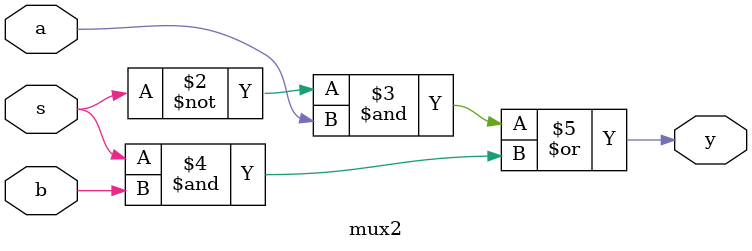
<source format=v>
module mux2(
   input a,b,s,
   output reg y //  y = s'a + sb  (not really a register)
    );
always @(a,b,s) begin
    y = ((~s & a) | (s & b));// add code here to implement the multiplexer y = s'a + sb
end
endmodule

</source>
